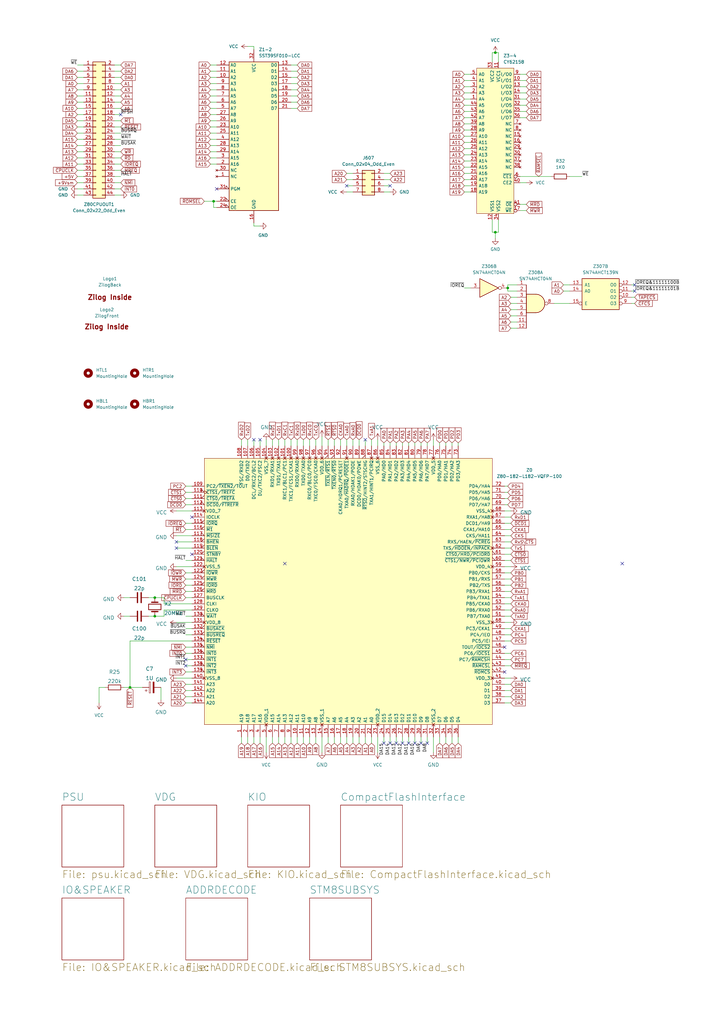
<source format=kicad_sch>
(kicad_sch (version 20211123) (generator eeschema)
  (paper "A3" portrait)
  (title_block (title "JupiterAceZ180") (date "2019-09-14") (rev "Alpha") (company "Ontobus") (comment 1 "John Bradley") (comment 2 "https://creativecommons.org/licenses/by-nc-sa/4.0/") (comment 3 "Attribution-NonCommercial-ShareAlike 4.0 International License.") (comment 4 "This work is licensed under a Creative Commons "))
  (junction (at 63.5 245.11))
  (junction (at 203.2 95.25))
  (junction (at 208.28 118.11))
  (junction (at 87.63 82.55))
  (junction (at 203.2 21.59))
  (junction (at 53.34 281.94))
  (junction (at 63.5 252.73))
  (no_connect (at 72.39 222.25))
  (no_connect (at 78.74 227.33))
  (no_connect (at 76.2 273.05))
  (no_connect (at 104.14 180.34))
  (no_connect (at 165.1 304.8))
  (no_connect (at 260.35 116.84))
  (no_connect (at 78.74 212.09))
  (no_connect (at -20.32 59.69))
  (no_connect (at 49.53 46.99))
  (no_connect (at -45.72 57.15))
  (no_connect (at 172.72 304.8))
  (no_connect (at -20.32 57.15))
  (no_connect (at 170.18 304.8))
  (no_connect (at 162.56 304.8))
  (no_connect (at 167.64 304.8))
  (no_connect (at -45.72 59.69))
  (no_connect (at 160.02 304.8))
  (no_connect (at 76.2 270.51))
  (no_connect (at 72.39 224.79))
  (no_connect (at 255.27 231.14))
  (no_connect (at 88.9 77.47))
  (no_connect (at 175.26 304.8))
  (no_connect (at -45.72 64.77))
  (no_connect (at 157.48 304.8))
  (no_connect (at -20.32 62.23))
  (no_connect (at -62.23 321.31))
  (no_connect (at -20.32 64.77))
  (no_connect (at 149.86 180.34))
  (no_connect (at 142.24 76.2))
  (no_connect (at 260.35 119.38))
  (no_connect (at 106.68 180.34))
  (no_connect (at 160.02 76.2))
  (no_connect (at 116.84 231.14))
  (no_connect (at 207.01 265.43))
  (no_connect (at 207.01 275.59))
  (wire (pts (xy 144.78 302.26) (xy 144.78 304.8)))
  (wire (pts (xy 142.24 302.26) (xy 142.24 304.8)))
  (wire (pts (xy 86.36 54.61) (xy 88.9 54.61)))
  (wire (pts (xy 78.74 273.05) (xy 76.2 273.05)))
  (wire (pts (xy 106.68 182.88) (xy 106.68 180.34)))
  (wire (pts (xy 259.08 121.92) (xy 260.35 121.92)))
  (wire (pts (xy 180.34 182.88) (xy 180.34 181.61)))
  (wire (pts (xy 99.06 182.88) (xy 99.06 180.34)))
  (wire (pts (xy 172.72 302.26) (xy 172.72 304.8)))
  (wire (pts (xy 121.92 302.26) (xy 121.92 304.8)))
  (wire (pts (xy 203.2 95.25) (xy 204.47 95.25)))
  (wire (pts (xy 119.38 36.83) (xy 121.92 36.83)))
  (wire (pts (xy 207.01 278.13) (xy 209.55 278.13)))
  (wire (pts (xy 207.01 250.19) (xy 209.55 250.19)))
  (wire (pts (xy 167.64 182.88) (xy 167.64 181.61)))
  (wire (pts (xy 78.74 285.75) (xy 76.2 285.75)))
  (wire (pts (xy 119.38 31.75) (xy 121.92 31.75)))
  (wire (pts (xy 34.29 69.85) (xy 31.75 69.85)))
  (wire (pts (xy 88.9 29.21) (xy 86.36 29.21)))
  (wire (pts (xy 119.38 44.45) (xy 121.92 44.45)))
  (wire (pts (xy 207.01 240.03) (xy 209.55 240.03)))
  (wire (pts (xy 86.36 67.31) (xy 88.9 67.31)))
  (wire (pts (xy 193.04 55.88) (xy 190.5 55.88)))
  (wire (pts (xy 207.01 234.95) (xy 209.55 234.95)))
  (wire (pts (xy 149.86 302.26) (xy 149.86 304.8)))
  (wire (pts (xy 207.01 260.35) (xy 209.55 260.35)))
  (wire (pts (xy 106.68 92.71) (xy 104.14 92.71)))
  (wire (pts (xy 207.01 204.47) (xy 208.28 204.47)))
  (wire (pts (xy 207.01 262.89) (xy 209.55 262.89)))
  (wire (pts (xy 104.14 302.26) (xy 104.14 304.8)))
  (wire (pts (xy 46.99 41.91) (xy 49.53 41.91)))
  (wire (pts (xy 86.36 46.99) (xy 88.9 46.99)))
  (wire (pts (xy 34.29 49.53) (xy 31.75 49.53)))
  (wire (pts (xy 213.36 43.18) (xy 215.9 43.18)))
  (wire (pts (xy 213.36 72.39) (xy 226.06 72.39)))
  (wire (pts (xy 207.01 201.93) (xy 208.28 201.93)))
  (wire (pts (xy 34.29 44.45) (xy 31.75 44.45)))
  (wire (pts (xy 207.01 255.27) (xy 209.55 255.27)))
  (wire (pts (xy 46.99 29.21) (xy 49.53 29.21)))
  (wire (pts (xy 207.01 219.71) (xy 209.55 219.71)))
  (wire (pts (xy 190.5 63.5) (xy 193.04 63.5)))
  (wire (pts (xy 78.74 242.57) (xy 76.2 242.57)))
  (wire (pts (xy 86.36 59.69) (xy 88.9 59.69)))
  (wire (pts (xy 34.29 34.29) (xy 31.75 34.29)))
  (wire (pts (xy 233.68 124.46) (xy 227.33 124.46)))
  (wire (pts (xy 157.48 302.26) (xy 157.48 304.8)))
  (wire (pts (xy 86.36 49.53) (xy 88.9 49.53)))
  (wire (pts (xy 78.74 222.25) (xy 72.39 222.25)))
  (wire (pts (xy 212.09 116.84) (xy 208.28 116.84)))
  (wire (pts (xy 207.01 222.25) (xy 209.55 222.25)))
  (wire (pts (xy 208.28 118.11) (xy 208.28 119.38)))
  (wire (pts (xy 157.48 76.2) (xy 160.02 76.2)))
  (wire (pts (xy 165.1 182.88) (xy 165.1 181.61)))
  (wire (pts (xy 139.7 302.26) (xy 139.7 304.8)))
  (wire (pts (xy 78.74 265.43) (xy 76.2 265.43)))
  (wire (pts (xy 233.68 116.84) (xy 231.14 116.84)))
  (wire (pts (xy 78.74 209.55) (xy 72.39 209.55)))
  (wire (pts (xy 208.28 116.84) (xy 208.28 118.11)))
  (wire (pts (xy 165.1 302.26) (xy 165.1 304.8)))
  (wire (pts (xy 180.34 302.26) (xy 180.34 304.8)))
  (wire (pts (xy 213.36 38.1) (xy 215.9 38.1)))
  (wire (pts (xy 193.04 58.42) (xy 190.5 58.42)))
  (wire (pts (xy 34.29 59.69) (xy 31.75 59.69)))
  (wire (pts (xy 46.99 64.77) (xy 49.53 64.77)))
  (wire (pts (xy 139.7 182.88) (xy 139.7 180.34)))
  (wire (pts (xy 134.62 182.88) (xy 134.62 180.34)))
  (wire (pts (xy 119.38 182.88) (xy 119.38 180.34)))
  (wire (pts (xy 86.36 52.07) (xy 88.9 52.07)))
  (wire (pts (xy 46.99 77.47) (xy 49.53 77.47)))
  (wire (pts (xy 116.84 182.88) (xy 116.84 180.34)))
  (wire (pts (xy 106.68 302.26) (xy 106.68 304.8)))
  (wire (pts (xy 212.09 127) (xy 209.55 127)))
  (wire (pts (xy 78.74 262.89) (xy 53.34 262.89)))
  (wire (pts (xy 207.01 224.79) (xy 209.55 224.79)))
  (wire (pts (xy 207.01 242.57) (xy 209.55 242.57)))
  (wire (pts (xy 144.78 73.66) (xy 142.24 73.66)))
  (wire (pts (xy 34.29 36.83) (xy 31.75 36.83)))
  (wire (pts (xy 187.96 302.26) (xy 187.96 304.8)))
  (wire (pts (xy 88.9 85.09) (xy 87.63 85.09)))
  (wire (pts (xy 157.48 73.66) (xy 160.02 73.66)))
  (wire (pts (xy 34.29 62.23) (xy 31.75 62.23)))
  (wire (pts (xy 34.29 54.61) (xy 31.75 54.61)))
  (wire (pts (xy 182.88 302.26) (xy 182.88 304.8)))
  (wire (pts (xy 78.74 217.17) (xy 76.2 217.17)))
  (wire (pts (xy 46.99 57.15) (xy 49.53 57.15)))
  (wire (pts (xy 207.01 207.01) (xy 208.28 207.01)))
  (wire (pts (xy 78.74 240.03) (xy 76.2 240.03)))
  (wire (pts (xy 259.08 119.38) (xy 260.35 119.38)))
  (wire (pts (xy 190.5 66.04) (xy 193.04 66.04)))
  (wire (pts (xy 78.74 247.65) (xy 67.31 247.65)))
  (wire (pts (xy 104.14 182.88) (xy 104.14 180.34)))
  (wire (pts (xy 46.99 49.53) (xy 49.53 49.53)))
  (wire (pts (xy 193.04 38.1) (xy 190.5 38.1)))
  (wire (pts (xy 104.14 19.05) (xy 101.6 19.05)))
  (wire (pts (xy 209.55 134.62) (xy 212.09 134.62)))
  (wire (pts (xy 207.01 212.09) (xy 209.55 212.09)))
  (wire (pts (xy 137.16 182.88) (xy 137.16 180.34)))
  (wire (pts (xy 213.36 45.72) (xy 215.9 45.72)))
  (wire (pts (xy 46.99 54.61) (xy 49.53 54.61)))
  (wire (pts (xy 207.01 227.33) (xy 209.55 227.33)))
  (wire (pts (xy 190.5 118.11) (xy 193.04 118.11)))
  (wire (pts (xy 213.36 86.36) (xy 215.9 86.36)))
  (wire (pts (xy 160.02 302.26) (xy 160.02 304.8)))
  (wire (pts (xy 132.08 182.88) (xy 132.08 179.07)))
  (wire (pts (xy 78.74 204.47) (xy 76.2 204.47)))
  (wire (pts (xy 201.93 25.4) (xy 201.93 21.59)))
  (wire (pts (xy 78.74 255.27) (xy 72.39 255.27)))
  (wire (pts (xy 34.29 57.15) (xy 31.75 57.15)))
  (wire (pts (xy 207.01 285.75) (xy 209.55 285.75)))
  (wire (pts (xy 34.29 67.31) (xy 31.75 67.31)))
  (wire (pts (xy 175.26 182.88) (xy 175.26 181.61)))
  (wire (pts (xy 88.9 31.75) (xy 86.36 31.75)))
  (wire (pts (xy 207.01 217.17) (xy 209.55 217.17)))
  (wire (pts (xy 99.06 302.26) (xy 99.06 304.8)))
  (wire (pts (xy 201.93 21.59) (xy 203.2 21.59)))
  (wire (pts (xy 154.94 308.61) (xy 154.94 302.26)))
  (wire (pts (xy 109.22 308.61) (xy 109.22 302.26)))
  (wire (pts (xy 78.74 229.87) (xy 76.2 229.87)))
  (wire (pts (xy 78.74 232.41) (xy 72.39 232.41)))
  (wire (pts (xy 182.88 182.88) (xy 182.88 181.61)))
  (wire (pts (xy 213.36 48.26) (xy 215.9 48.26)))
  (wire (pts (xy 157.48 71.12) (xy 160.02 71.12)))
  (wire (pts (xy 201.93 90.17) (xy 201.93 95.25)))
  (wire (pts (xy 147.32 182.88) (xy 147.32 180.34)))
  (wire (pts (xy 34.29 80.01) (xy 31.75 80.01)))
  (wire (pts (xy 104.14 20.32) (xy 104.14 19.05)))
  (wire (pts (xy 46.99 31.75) (xy 49.53 31.75)))
  (wire (pts (xy 193.04 48.26) (xy 190.5 48.26)))
  (wire (pts (xy 111.76 302.26) (xy 111.76 304.8)))
  (wire (pts (xy 207.01 245.11) (xy 209.55 245.11)))
  (wire (pts (xy 34.29 46.99) (xy 31.75 46.99)))
  (wire (pts (xy 170.18 182.88) (xy 170.18 181.61)))
  (wire (pts (xy 157.48 182.88) (xy 157.48 181.61)))
  (wire (pts (xy 53.34 262.89) (xy 53.34 281.94)))
  (wire (pts (xy 78.74 275.59) (xy 76.2 275.59)))
  (wire (pts (xy 160.02 182.88) (xy 160.02 181.61)))
  (wire (pts (xy 193.04 30.48) (xy 190.5 30.48)))
  (wire (pts (xy 190.5 73.66) (xy 193.04 73.66)))
  (wire (pts (xy 46.99 36.83) (xy 49.53 36.83)))
  (wire (pts (xy 208.28 119.38) (xy 212.09 119.38)))
  (wire (pts (xy 162.56 302.26) (xy 162.56 304.8)))
  (wire (pts (xy 119.38 26.67) (xy 121.92 26.67)))
  (wire (pts (xy 111.76 182.88) (xy 111.76 180.34)))
  (wire (pts (xy 209.55 124.46) (xy 212.09 124.46)))
  (wire (pts (xy 207.01 283.21) (xy 209.55 283.21)))
  (wire (pts (xy 78.74 278.13) (xy 72.39 278.13)))
  (wire (pts (xy 67.31 252.73) (xy 63.5 252.73)))
  (wire (pts (xy 114.3 182.88) (xy 114.3 180.34)))
  (wire (pts (xy 193.04 35.56) (xy 190.5 35.56)))
  (wire (pts (xy 259.08 124.46) (xy 260.35 124.46)))
  (wire (pts (xy 46.99 52.07) (xy 49.53 52.07)))
  (wire (pts (xy 86.36 41.91) (xy 88.9 41.91)))
  (wire (pts (xy 31.75 77.47) (xy 34.29 77.47)))
  (wire (pts (xy 193.04 53.34) (xy 190.5 53.34)))
  (wire (pts (xy 209.55 257.81) (xy 207.01 257.81)))
  (wire (pts (xy 78.74 252.73) (xy 76.2 252.73)))
  (wire (pts (xy 207.01 280.67) (xy 209.55 280.67)))
  (wire (pts (xy 213.36 40.64) (xy 215.9 40.64)))
  (wire (pts (xy 43.18 281.94) (xy 40.64 281.94)))
  (wire (pts (xy 170.18 302.26) (xy 170.18 304.8)))
  (wire (pts (xy 34.29 39.37) (xy 31.75 39.37)))
  (wire (pts (xy 134.62 302.26) (xy 134.62 304.8)))
  (wire (pts (xy 207.01 270.51) (xy 209.55 270.51)))
  (wire (pts (xy 162.56 182.88) (xy 162.56 181.61)))
  (wire (pts (xy 86.36 64.77) (xy 88.9 64.77)))
  (wire (pts (xy 213.36 83.82) (xy 215.9 83.82)))
  (wire (pts (xy 78.74 207.01) (xy 76.2 207.01)))
  (wire (pts (xy 34.29 72.39) (xy 31.75 72.39)))
  (wire (pts (xy 46.99 44.45) (xy 49.53 44.45)))
  (wire (pts (xy 233.68 72.39) (xy 238.76 72.39)))
  (wire (pts (xy 190.5 76.2) (xy 193.04 76.2)))
  (wire (pts (xy 46.99 59.69) (xy 49.53 59.69)))
  (wire (pts (xy 124.46 302.26) (xy 124.46 304.8)))
  (wire (pts (xy 193.04 43.18) (xy 190.5 43.18)))
  (wire (pts (xy 50.8 281.94) (xy 53.34 281.94)))
  (wire (pts (xy 212.09 132.08) (xy 209.55 132.08)))
  (wire (pts (xy 207.01 229.87) (xy 209.55 229.87)))
  (wire (pts (xy 167.64 302.26) (xy 167.64 304.8)))
  (wire (pts (xy 86.36 57.15) (xy 88.9 57.15)))
  (wire (pts (xy 34.29 29.21) (xy 31.75 29.21)))
  (wire (pts (xy 78.74 201.93) (xy 76.2 201.93)))
  (wire (pts (xy 88.9 34.29) (xy 86.36 34.29)))
  (wire (pts (xy 46.99 46.99) (xy 49.53 46.99)))
  (wire (pts (xy 78.74 288.29) (xy 76.2 288.29)))
  (wire (pts (xy 66.04 281.94) (xy 66.04 287.02)))
  (wire (pts (xy 86.36 36.83) (xy 88.9 36.83)))
  (wire (pts (xy 34.29 41.91) (xy 31.75 41.91)))
  (wire (pts (xy 129.54 182.88) (xy 129.54 180.34)))
  (wire (pts (xy 177.8 182.88) (xy 177.8 180.34)))
  (wire (pts (xy 78.74 214.63) (xy 76.2 214.63)))
  (wire (pts (xy 46.99 69.85) (xy 49.53 69.85)))
  (wire (pts (xy 78.74 260.35) (xy 76.2 260.35)))
  (wire (pts (xy 207.01 267.97) (xy 209.55 267.97)))
  (wire (pts (xy 114.3 302.26) (xy 114.3 304.8)))
  (wire (pts (xy 137.16 302.26) (xy 137.16 304.8)))
  (wire (pts (xy 127 302.26) (xy 127 304.8)))
  (wire (pts (xy 78.74 250.19) (xy 67.31 250.19)))
  (wire (pts (xy 46.99 34.29) (xy 49.53 34.29)))
  (wire (pts (xy 203.2 97.79) (xy 203.2 95.25)))
  (wire (pts (xy 213.36 74.93) (xy 215.9 74.93)))
  (wire (pts (xy 187.96 182.88) (xy 187.96 181.61)))
  (wire (pts (xy 177.8 302.26) (xy 177.8 308.61)))
  (wire (pts (xy 53.34 245.11) (xy 50.8 245.11)))
  (wire (pts (xy 86.36 39.37) (xy 88.9 39.37)))
  (wire (pts (xy 209.55 129.54) (xy 212.09 129.54)))
  (wire (pts (xy 121.92 182.88) (xy 121.92 180.34)))
  (wire (pts (xy 101.6 302.26) (xy 101.6 304.8)))
  (wire (pts (xy 46.99 67.31) (xy 49.53 67.31)))
  (wire (pts (xy 207.01 199.39) (xy 208.28 199.39)))
  (wire (pts (xy 203.2 21.59) (xy 204.47 21.59)))
  (wire (pts (xy 67.31 247.65) (xy 67.31 245.11)))
  (wire (pts (xy 87.63 85.09) (xy 87.63 82.55)))
  (wire (pts (xy 46.99 26.67) (xy 49.53 26.67)))
  (wire (pts (xy 46.99 39.37) (xy 49.53 39.37)))
  (wire (pts (xy 46.99 80.01) (xy 49.53 80.01)))
  (wire (pts (xy 193.04 50.8) (xy 190.5 50.8)))
  (wire (pts (xy 119.38 34.29) (xy 121.92 34.29)))
  (wire (pts (xy 40.64 288.29) (xy 40.64 281.94)))
  (wire (pts (xy 78.74 280.67) (xy 76.2 280.67)))
  (wire (pts (xy 49.53 74.93) (xy 46.99 74.93)))
  (wire (pts (xy 78.74 199.39) (xy 76.2 199.39)))
  (wire (pts (xy 207.01 288.29) (xy 209.55 288.29)))
  (wire (pts (xy 88.9 82.55) (xy 87.63 82.55)))
  (wire (pts (xy 259.08 116.84) (xy 260.35 116.84)))
  (wire (pts (xy 116.84 302.26) (xy 116.84 304.8)))
  (wire (pts (xy 132.08 302.26) (xy 132.08 308.61)))
  (wire (pts (xy 46.99 72.39) (xy 49.53 72.39)))
  (wire (pts (xy 119.38 39.37) (xy 121.92 39.37)))
  (wire (pts (xy 129.54 302.26) (xy 129.54 304.8)))
  (wire (pts (xy 207.01 252.73) (xy 209.55 252.73)))
  (wire (pts (xy 207.01 232.41) (xy 209.55 232.41)))
  (wire (pts (xy 78.74 245.11) (xy 76.2 245.11)))
  (wire (pts (xy 109.22 182.88) (xy 109.22 180.34)))
  (wire (pts (xy 86.36 62.23) (xy 88.9 62.23)))
  (wire (pts (xy 144.78 78.74) (xy 142.24 78.74)))
  (wire (pts (xy 119.38 29.21) (xy 121.92 29.21)))
  (wire (pts (xy 149.86 182.88) (xy 149.86 180.34)))
  (wire (pts (xy 119.38 302.26) (xy 119.38 304.8)))
  (wire (pts (xy 86.36 44.45) (xy 88.9 44.45)))
  (wire (pts (xy 34.29 74.93) (xy 31.75 74.93)))
  (wire (pts (xy 204.47 95.25) (xy 204.47 90.17)))
  (wire (pts (xy 78.74 257.81) (xy 76.2 257.81)))
  (wire (pts (xy 78.74 267.97) (xy 76.2 267.97)))
  (wire (pts (xy 34.29 64.77) (xy 31.75 64.77)))
  (wire (pts (xy 78.74 219.71) (xy 72.39 219.71)))
  (wire (pts (xy 142.24 182.88) (xy 142.24 180.34)))
  (wire (pts (xy 63.5 245.11) (xy 60.96 245.11)))
  (wire (pts (xy 78.74 283.21) (xy 76.2 283.21)))
  (wire (pts (xy 127 182.88) (xy 127 180.34)))
  (wire (pts (xy 104.14 92.71) (xy 104.14 91.44)))
  (wire (pts (xy 152.4 182.88) (xy 152.4 180.34)))
  (wire (pts (xy 207.01 237.49) (xy 209.55 237.49)))
  (wire (pts (xy 34.29 52.07) (xy 31.75 52.07)))
  (wire (pts (xy 101.6 182.88) (xy 101.6 180.34)))
  (wire (pts (xy 190.5 71.12) (xy 193.04 71.12)))
  (wire (pts (xy 78.74 224.79) (xy 72.39 224.79)))
  (wire (pts (xy 212.09 121.92) (xy 209.55 121.92)))
  (wire (pts (xy 157.48 78.74) (xy 160.02 78.74)))
  (wire (pts (xy 67.31 245.11) (xy 63.5 245.11)))
  (wire (pts (xy 78.74 237.49) (xy 76.2 237.49)))
  (wire (pts (xy 78.74 234.95) (xy 76.2 234.95)))
  (wire (pts (xy 154.94 182.88) (xy 154.94 180.34)))
  (wire (pts (xy 34.29 26.67) (xy 31.75 26.67)))
  (wire (pts (xy 144.78 182.88) (xy 144.78 180.34)))
  (wire (pts (xy 204.47 21.59) (xy 204.47 25.4)))
  (wire (pts (xy 185.42 182.88) (xy 185.42 181.61)))
  (wire (pts (xy 63.5 252.73) (xy 60.96 252.73)))
  (wire (pts (xy 233.68 119.38) (xy 231.14 119.38)))
  (wire (pts (xy 67.31 250.19) (xy 67.31 252.73)))
  (wire (pts (xy 193.04 60.96) (xy 190.5 60.96)))
  (wire (pts (xy 78.74 270.51) (xy 76.2 270.51)))
  (wire (pts (xy 175.26 302.26) (xy 175.26 304.8)))
  (wire (pts (xy 193.04 33.02) (xy 190.5 33.02)))
  (wire (pts (xy 207.01 214.63) (xy 209.55 214.63)))
  (wire (pts (xy 207.01 209.55) (xy 209.55 209.55)))
  (wire (pts (xy 83.82 82.55) (xy 87.63 82.55)))
  (wire (pts (xy 119.38 41.91) (xy 121.92 41.91)))
  (wire (pts (xy 213.36 35.56) (xy 215.9 35.56)))
  (wire (pts (xy 193.04 45.72) (xy 190.5 45.72)))
  (wire (pts (xy 152.4 302.26) (xy 152.4 304.8)))
  (wire (pts (xy 88.9 26.67) (xy 86.36 26.67)))
  (wire (pts (xy 185.42 302.26) (xy 185.42 304.8)))
  (wire (pts (xy 190.5 68.58) (xy 193.04 68.58)))
  (wire (pts (xy 53.34 281.94) (xy 58.42 281.94)))
  (wire (pts (xy 193.04 40.64) (xy 190.5 40.64)))
  (wire (pts (xy 213.36 30.48) (xy 215.9 30.48)))
  (wire (pts (xy 124.46 182.88) (xy 124.46 180.34)))
  (wire (pts (xy 34.29 31.75) (xy 31.75 31.75)))
  (wire (pts (xy 207.01 247.65) (xy 209.55 247.65)))
  (wire (pts (xy 201.93 95.25) (xy 203.2 95.25)))
  (wire (pts (xy 53.34 252.73) (xy 50.8 252.73)))
  (wire (pts (xy 172.72 182.88) (xy 172.72 181.61)))
  (wire (pts (xy 147.32 302.26) (xy 147.32 304.8)))
  (wire (pts (xy 144.78 76.2) (xy 142.24 76.2)))
  (wire (pts (xy 209.55 273.05) (xy 207.01 273.05)))
  (wire (pts (xy 144.78 71.12) (xy 142.24 71.12)))
  (wire (pts (xy 190.5 78.74) (xy 193.04 78.74)))
  (wire (pts (xy 46.99 62.23) (xy 49.53 62.23)))
  (wire (pts (xy 213.36 33.02) (xy 215.9 33.02)))
  (label "~{INT2}" (at 76.2 273.05 180))
  (label "~{IOREQ&11111101B}" (at 260.35 119.38 0))
  (label "~{BUSAK}" (at 49.53 59.69 0))
  (label "~{IOREQ&11111100B}" (at 260.35 116.84 0))
  (label "~{BUSRQ}" (at 76.2 260.35 180))
  (label "~{RFSH}" (at 49.53 46.99 0))
  (label "DA15" (at 157.48 304.8 270))
  (label "~{HALT}" (at 49.53 72.39 0))
  (label "DA12" (at 165.1 304.8 270))
  (label "~{WE}" (at 31.75 26.67 180))
  (label "~{IOREQ}" (at 190.5 118.11 180))
  (label "~{BUSAK}" (at 76.2 257.81 180))
  (label "DA8" (at 175.26 304.8 270))
  (label "~{WAIT}" (at 76.2 252.73 180))
  (label "~{WAIT}" (at 49.53 57.15 0))
  (label "~{WE}" (at 238.76 72.39 0))
  (label "DA11" (at 167.64 304.8 270))
  (label "DA10" (at 170.18 304.8 270))
  (label "~{INT1}" (at 76.2 270.51 180))
  (label "~{BUSRQ}" (at 49.53 54.61 0))
  (label "DA9" (at 172.72 304.8 270))
  (label "DA13" (at 162.56 304.8 270))
  (label "DA14" (at 160.02 304.8 270))
  (label "~{HALT}" (at 76.2 229.87 180))
  (global_label "PA0" (shape input) (at 157.48 181.61 90) (property "Intersheet References" "${INTERSHEET_REFS}" (at 157.4006 175.7177 90) (effects (justify left))))
  (global_label "A6" (shape input) (at 137.16 304.8 270) (property "Intersheet References" "${INTERSHEET_REFS}" (at 137.0806 309.4223 90) (effects (justify right))))
  (global_label "A11" (shape input) (at 190.5 58.42 180) (property "Intersheet References" "${INTERSHEET_REFS}" (at 184.6682 58.3406 0) (effects (justify right))))
  (global_label "A2" (shape input) (at 86.36 31.75 180) (property "Intersheet References" "${INTERSHEET_REFS}" (at 81.7377 31.6706 0) (effects (justify right))))
  (global_label "RxC1" (shape input) (at 116.84 180.34 90) (property "Intersheet References" "${INTERSHEET_REFS}" (at 116.7606 173.2382 90) (effects (justify left))))
  (global_label "DA5" (shape input) (at 31.75 49.53 180) (property "Intersheet References" "${INTERSHEET_REFS}" (at 25.8577 49.4506 0) (effects (justify right))))
  (global_label "PD4" (shape input) (at 208.28 199.39 0) (property "Intersheet References" "${INTERSHEET_REFS}" (at 214.3537 199.3106 0) (effects (justify left))))
  (global_label "A18" (shape input) (at 101.6 304.8 270) (property "Intersheet References" "${INTERSHEET_REFS}" (at 101.5206 310.6318 90) (effects (justify right))))
  (global_label "A2" (shape input) (at 209.55 121.92 180) (property "Intersheet References" "${INTERSHEET_REFS}" (at 204.9277 121.8406 0) (effects (justify right))))
  (global_label "DA3" (shape input) (at 215.9 38.1 0) (property "Intersheet References" "${INTERSHEET_REFS}" (at 221.7923 38.0206 0) (effects (justify left))))
  (global_label "CKS" (shape input) (at 209.55 219.71 0) (property "Intersheet References" "${INTERSHEET_REFS}" (at 215.6237 219.6306 0) (effects (justify left))))
  (global_label "PA6" (shape input) (at 172.72 181.61 90) (property "Intersheet References" "${INTERSHEET_REFS}" (at 172.6406 175.7177 90) (effects (justify left))))
  (global_label "~{M1}" (shape input) (at 76.2 217.17 180) (property "Intersheet References" "${INTERSHEET_REFS}" (at 71.2148 217.0906 0) (effects (justify right))))
  (global_label "A2" (shape input) (at 190.5 35.56 180) (property "Intersheet References" "${INTERSHEET_REFS}" (at 185.8777 35.4806 0) (effects (justify right))))
  (global_label "~{RESET}" (shape input) (at 49.53 52.07 0) (property "Intersheet References" "${INTERSHEET_REFS}" (at 57.5994 51.9906 0) (effects (justify left))))
  (global_label "DA4" (shape input) (at 121.92 36.83 0) (property "Intersheet References" "${INTERSHEET_REFS}" (at 127.8123 36.7506 0) (effects (justify left))))
  (global_label "A3" (shape input) (at 144.78 304.8 270) (property "Intersheet References" "${INTERSHEET_REFS}" (at 144.7006 309.4223 90) (effects (justify right))))
  (global_label "A1" (shape input) (at 231.14 116.84 180) (property "Intersheet References" "${INTERSHEET_REFS}" (at 226.5177 116.7606 0) (effects (justify right))))
  (global_label "A19" (shape input) (at 190.5 78.74 180) (property "Intersheet References" "${INTERSHEET_REFS}" (at 184.6682 78.6606 0) (effects (justify right))))
  (global_label "A16" (shape input) (at 86.36 64.77 180) (property "Intersheet References" "${INTERSHEET_REFS}" (at 80.5282 64.6906 0) (effects (justify right))))
  (global_label "A0" (shape input) (at 190.5 30.48 180) (property "Intersheet References" "${INTERSHEET_REFS}" (at 185.8777 30.4006 0) (effects (justify right))))
  (global_label "DA5" (shape input) (at 185.42 304.8 270) (property "Intersheet References" "${INTERSHEET_REFS}" (at 185.3406 310.6923 90) (effects (justify right))))
  (global_label "DA6" (shape input) (at 215.9 45.72 0) (property "Intersheet References" "${INTERSHEET_REFS}" (at 221.7923 45.6406 0) (effects (justify left))))
  (global_label "A7" (shape input) (at 134.62 304.8 270) (property "Intersheet References" "${INTERSHEET_REFS}" (at 134.5406 309.4223 90) (effects (justify right))))
  (global_label "~{TAPECS}" (shape input) (at 260.35 121.92 0) (property "Intersheet References" "${INTERSHEET_REFS}" (at 269.629 121.8406 0) (effects (justify left))))
  (global_label "PC2" (shape input) (at 76.2 199.39 180) (property "Intersheet References" "${INTERSHEET_REFS}" (at 70.1263 199.3106 0) (effects (justify right))))
  (global_label "~{DCD1}" (shape input) (at 209.55 214.63 0) (property "Intersheet References" "${INTERSHEET_REFS}" (at 216.8937 214.5506 0) (effects (justify left))))
  (global_label "TxD1" (shape input) (at 114.3 180.34 90) (property "Intersheet References" "${INTERSHEET_REFS}" (at 114.2206 173.5406 90) (effects (justify left))))
  (global_label "DA1" (shape input) (at 31.75 31.75 180) (property "Intersheet References" "${INTERSHEET_REFS}" (at 25.8577 31.6706 0) (effects (justify right))))
  (global_label "A14" (shape input) (at 31.75 59.69 180) (property "Intersheet References" "${INTERSHEET_REFS}" (at 25.9182 59.6106 0) (effects (justify right))))
  (global_label "A14" (shape input) (at 190.5 66.04 180) (property "Intersheet References" "${INTERSHEET_REFS}" (at 184.6682 65.9606 0) (effects (justify right))))
  (global_label "A19" (shape input) (at 99.06 304.8 270) (property "Intersheet References" "${INTERSHEET_REFS}" (at 98.9806 310.6318 90) (effects (justify right))))
  (global_label "A7" (shape input) (at 86.36 44.45 180) (property "Intersheet References" "${INTERSHEET_REFS}" (at 81.7377 44.3706 0) (effects (justify right))))
  (global_label "DA3" (shape input) (at 121.92 34.29 0) (property "Intersheet References" "${INTERSHEET_REFS}" (at 127.8123 34.2106 0) (effects (justify left))))
  (global_label "DA0" (shape input) (at 215.9 30.48 0) (property "Intersheet References" "${INTERSHEET_REFS}" (at 221.7923 30.4006 0) (effects (justify left))))
  (global_label "A15" (shape input) (at 190.5 68.58 180) (property "Intersheet References" "${INTERSHEET_REFS}" (at 184.6682 68.5006 0) (effects (justify right))))
  (global_label "A20" (shape input) (at 142.24 71.12 180) (property "Intersheet References" "${INTERSHEET_REFS}" (at 136.4082 71.0406 0) (effects (justify right))))
  (global_label "~{INT0}" (shape input) (at 76.2 267.97 180) (property "Intersheet References" "${INTERSHEET_REFS}" (at 69.7634 267.8906 0) (effects (justify right))))
  (global_label "A1" (shape input) (at 49.53 34.29 0) (property "Intersheet References" "${INTERSHEET_REFS}" (at 54.1523 34.2106 0) (effects (justify left))))
  (global_label "TxS" (shape input) (at 209.55 224.79 0) (property "Intersheet References" "${INTERSHEET_REFS}" (at 215.0794 224.7106 0) (effects (justify left))))
  (global_label "RxA0" (shape input) (at 209.55 250.19 0) (property "Intersheet References" "${INTERSHEET_REFS}" (at 216.4704 250.1106 0) (effects (justify left))))
  (global_label "TxC0" (shape input) (at 129.54 180.34 90) (property "Intersheet References" "${INTERSHEET_REFS}" (at 129.4606 173.5406 90) (effects (justify left))))
  (global_label "A9" (shape input) (at 86.36 49.53 180) (property "Intersheet References" "${INTERSHEET_REFS}" (at 81.7377 49.4506 0) (effects (justify right))))
  (global_label "A16" (shape input) (at 190.5 71.12 180) (property "Intersheet References" "${INTERSHEET_REFS}" (at 184.6682 71.0406 0) (effects (justify right))))
  (global_label "A8" (shape input) (at 86.36 46.99 180) (property "Intersheet References" "${INTERSHEET_REFS}" (at 81.7377 46.9106 0) (effects (justify right))))
  (global_label "PB1" (shape input) (at 209.55 237.49 0) (property "Intersheet References" "${INTERSHEET_REFS}" (at 215.6237 237.4106 0) (effects (justify left))))
  (global_label "DA1" (shape input) (at 209.55 283.21 0) (property "Intersheet References" "${INTERSHEET_REFS}" (at 215.4423 283.1306 0) (effects (justify left))))
  (global_label "DA7" (shape input) (at 215.9 48.26 0) (property "Intersheet References" "${INTERSHEET_REFS}" (at 221.7923 48.1806 0) (effects (justify left))))
  (global_label "~{MREQ}" (shape input) (at 49.53 69.85 0) (property "Intersheet References" "${INTERSHEET_REFS}" (at 57.0552 69.7706 0) (effects (justify left))))
  (global_label "DA2" (shape input) (at 121.92 31.75 0) (property "Intersheet References" "${INTERSHEET_REFS}" (at 127.8123 31.6706 0) (effects (justify left))))
  (global_label "RxD1" (shape input) (at 111.76 180.34 90) (property "Intersheet References" "${INTERSHEET_REFS}" (at 111.6806 173.2382 90) (effects (justify left))))
  (global_label "+9Vsm" (shape input) (at 31.75 74.93 180) (property "Intersheet References" "${INTERSHEET_REFS}" (at 22.8339 74.8506 0) (effects (justify right))))
  (global_label "A22" (shape input) (at 76.2 283.21 180) (property "Intersheet References" "${INTERSHEET_REFS}" (at 70.3682 283.1306 0) (effects (justify right))))
  (global_label "~{ROMSEL}" (shape input) (at 83.82 82.55 180) (property "Intersheet References" "${INTERSHEET_REFS}" (at 74.0572 82.4706 0) (effects (justify right))))
  (global_label "A11" (shape input) (at 31.75 67.31 180) (property "Intersheet References" "${INTERSHEET_REFS}" (at 25.9182 67.2306 0) (effects (justify right))))
  (global_label "A9" (shape input) (at 31.75 41.91 180) (property "Intersheet References" "${INTERSHEET_REFS}" (at 27.1277 41.8306 0) (effects (justify right))))
  (global_label "A18" (shape input) (at 190.5 76.2 180) (property "Intersheet References" "${INTERSHEET_REFS}" (at 184.6682 76.1206 0) (effects (justify right))))
  (global_label "CKA1" (shape input) (at 209.55 217.17 0) (property "Intersheet References" "${INTERSHEET_REFS}" (at 216.7123 217.0906 0) (effects (justify left))))
  (global_label "~{DCD0}" (shape input) (at 76.2 207.01 180) (property "Intersheet References" "${INTERSHEET_REFS}" (at 68.8563 206.9306 0) (effects (justify right))))
  (global_label "A10" (shape input) (at 31.75 44.45 180) (property "Intersheet References" "${INTERSHEET_REFS}" (at 25.9182 44.3706 0) (effects (justify right))))
  (global_label "A10" (shape input) (at 124.46 304.8 270) (property "Intersheet References" "${INTERSHEET_REFS}" (at 124.3806 310.6318 90) (effects (justify right))))
  (global_label "A6" (shape input) (at 49.53 44.45 0) (property "Intersheet References" "${INTERSHEET_REFS}" (at 54.1523 44.3706 0) (effects (justify left))))
  (global_label "A6" (shape input) (at 209.55 132.08 180) (property "Intersheet References" "${INTERSHEET_REFS}" (at 204.9277 132.0006 0) (effects (justify right))))
  (global_label "CKA0" (shape input) (at 139.7 180.34 90) (property "Intersheet References" "${INTERSHEET_REFS}" (at 139.6206 173.1777 90) (effects (justify left))))
  (global_label "~{MWR}" (shape input) (at 76.2 237.49 180) (property "Intersheet References" "${INTERSHEET_REFS}" (at 69.7029 237.4106 0) (effects (justify right))))
  (global_label "DA0" (shape input) (at 209.55 280.67 0) (property "Intersheet References" "${INTERSHEET_REFS}" (at 215.4423 280.5906 0) (effects (justify left))))
  (global_label "~{IOREQ}" (shape input) (at 76.2 214.63 180) (property "Intersheet References" "${INTERSHEET_REFS}" (at 68.191 214.5506 0) (effects (justify right))))
  (global_label "DA4" (shape input) (at 187.96 304.8 270) (property "Intersheet References" "${INTERSHEET_REFS}" (at 187.8806 310.6923 90) (effects (justify right))))
  (global_label "PD3" (shape input) (at 187.96 181.61 90) (property "Intersheet References" "${INTERSHEET_REFS}" (at 187.8806 175.5363 90) (effects (justify left))))
  (global_label "PC4" (shape input) (at 209.55 260.35 0) (property "Intersheet References" "${INTERSHEET_REFS}" (at 215.6237 260.2706 0) (effects (justify left))))
  (global_label "~{MRD}" (shape input) (at 215.9 83.82 0) (property "Intersheet References" "${INTERSHEET_REFS}" (at 222.2156 83.7406 0) (effects (justify left))))
  (global_label "~{MRD}" (shape input) (at 76.2 242.57 180) (property "Intersheet References" "${INTERSHEET_REFS}" (at 69.8844 242.4906 0) (effects (justify right))))
  (global_label "RxD1" (shape input) (at 209.55 212.09 0) (property "Intersheet References" "${INTERSHEET_REFS}" (at 216.6518 212.0106 0) (effects (justify left))))
  (global_label "A0" (shape input) (at 31.75 34.29 180) (property "Intersheet References" "${INTERSHEET_REFS}" (at 27.1277 34.2106 0) (effects (justify right))))
  (global_label "A0" (shape input) (at 231.14 119.38 180) (property "Intersheet References" "${INTERSHEET_REFS}" (at 226.5177 119.3006 0) (effects (justify right))))
  (global_label "A12" (shape input) (at 31.75 64.77 180) (property "Intersheet References" "${INTERSHEET_REFS}" (at 25.9182 64.6906 0) (effects (justify right))))
  (global_label "A2" (shape input) (at 31.75 46.99 180) (property "Intersheet References" "${INTERSHEET_REFS}" (at 27.1277 46.9106 0) (effects (justify right))))
  (global_label "PA2" (shape input) (at 162.56 181.61 90) (property "Intersheet References" "${INTERSHEET_REFS}" (at 162.4806 175.7177 90) (effects (justify left))))
  (global_label "~{NMI}" (shape input) (at 49.53 74.93 0) (property "Intersheet References" "${INTERSHEET_REFS}" (at 55.2409 74.8506 0) (effects (justify left))))
  (global_label "A12" (shape input) (at 86.36 57.15 180) (property "Intersheet References" "${INTERSHEET_REFS}" (at 80.5282 57.0706 0) (effects (justify right))))
  (global_label "~{INT3}" (shape input) (at 76.2 275.59 180) (property "Intersheet References" "${INTERSHEET_REFS}" (at 69.7634 275.5106 0) (effects (justify right))))
  (global_label "A2" (shape input) (at 147.32 304.8 270) (property "Intersheet References" "${INTERSHEET_REFS}" (at 147.2406 309.4223 90) (effects (justify right))))
  (global_label "DA2" (shape input) (at 209.55 285.75 0) (property "Intersheet References" "${INTERSHEET_REFS}" (at 215.4423 285.6706 0) (effects (justify left))))
  (global_label "A7" (shape input) (at 31.75 36.83 180) (property "Intersheet References" "${INTERSHEET_REFS}" (at 27.1277 36.7506 0) (effects (justify right))))
  (global_label "A1" (shape input) (at 86.36 29.21 180) (property "Intersheet References" "${INTERSHEET_REFS}" (at 81.7377 29.1306 0) (effects (justify right))))
  (global_label "A5" (shape input) (at 139.7 304.8 270) (property "Intersheet References" "${INTERSHEET_REFS}" (at 139.6206 309.4223 90) (effects (justify right))))
  (global_label "A1" (shape input) (at 190.5 33.02 180) (property "Intersheet References" "${INTERSHEET_REFS}" (at 185.8777 32.9406 0) (effects (justify right))))
  (global_label "A21" (shape input) (at 76.2 285.75 180) (property "Intersheet References" "${INTERSHEET_REFS}" (at 70.3682 285.6706 0) (effects (justify right))))
  (global_label "A13" (shape input) (at 31.75 62.23 180) (property "Intersheet References" "${INTERSHEET_REFS}" (at 25.9182 62.1506 0) (effects (justify right))))
  (global_label "~{CTS1}" (shape input) (at 76.2 201.93 180) (property "Intersheet References" "${INTERSHEET_REFS}" (at 69.2191 201.8506 0) (effects (justify right))))
  (global_label "DA2" (shape input) (at 49.53 29.21 0) (property "Intersheet References" "${INTERSHEET_REFS}" (at 55.4223 29.1306 0) (effects (justify left))))
  (global_label "TxC1" (shape input) (at 119.38 180.34 90) (property "Intersheet References" "${INTERSHEET_REFS}" (at 119.3006 173.5406 90) (effects (justify left))))
  (global_label "A4" (shape input) (at 190.5 40.64 180) (property "Intersheet References" "${INTERSHEET_REFS}" (at 185.8777 40.5606 0) (effects (justify right))))
  (global_label "A5" (shape input) (at 86.36 39.37 180) (property "Intersheet References" "${INTERSHEET_REFS}" (at 81.7377 39.2906 0) (effects (justify right))))
  (global_label "A22" (shape input) (at 160.02 73.66 0) (property "Intersheet References" "${INTERSHEET_REFS}" (at 165.8518 73.5806 0) (effects (justify left))))
  (global_label "PC6" (shape input) (at 209.55 267.97 0) (property "Intersheet References" "${INTERSHEET_REFS}" (at 215.6237 267.8906 0) (effects (justify left))))
  (global_label "TxD2" (shape input) (at 101.6 180.34 90) (property "Intersheet References" "${INTERSHEET_REFS}" (at 101.5206 173.5406 90) (effects (justify left))))
  (global_label "A8" (shape input) (at 129.54 304.8 270) (property "Intersheet References" "${INTERSHEET_REFS}" (at 129.4606 309.4223 90) (effects (justify right))))
  (global_label "A5" (shape input) (at 49.53 41.91 0) (property "Intersheet References" "${INTERSHEET_REFS}" (at 54.1523 41.8306 0) (effects (justify left))))
  (global_label "A0" (shape input) (at 152.4 304.8 270) (property "Intersheet References" "${INTERSHEET_REFS}" (at 152.3206 309.4223 90) (effects (justify right))))
  (global_label "PA1" (shape input) (at 160.02 181.61 90) (property "Intersheet References" "${INTERSHEET_REFS}" (at 159.9406 175.7177 90) (effects (justify left))))
  (global_label "DA3" (shape input) (at 31.75 52.07 180) (property "Intersheet References" "${INTERSHEET_REFS}" (at 25.8577 51.9906 0) (effects (justify right))))
  (global_label "~{INT0}" (shape input) (at 49.53 77.47 0) (property "Intersheet References" "${INTERSHEET_REFS}" (at 55.9666 77.3906 0) (effects (justify left))))
  (global_label "~{IOREQ}" (shape input) (at 49.53 67.31 0) (property "Intersheet References" "${INTERSHEET_REFS}" (at 57.539 67.2306 0) (effects (justify left))))
  (global_label "A23" (shape input) (at 76.2 280.67 180) (property "Intersheet References" "${INTERSHEET_REFS}" (at 70.3682 280.5906 0) (effects (justify right))))
  (global_label "RxD2" (shape input) (at 99.06 180.34 90) (property "Intersheet References" "${INTERSHEET_REFS}" (at 98.9806 173.2382 90) (effects (justify left))))
  (global_label "~{MWR}" (shape input) (at 215.9 86.36 0) (property "Intersheet References" "${INTERSHEET_REFS}" (at 222.3971 86.2806 0) (effects (justify left))))
  (global_label "PA3" (shape input) (at 165.1 181.61 90) (property "Intersheet References" "${INTERSHEET_REFS}" (at 165.0206 175.7177 90) (effects (justify left))))
  (global_label "TxA1" (shape input) (at 209.55 245.11 0) (property "Intersheet References" "${INTERSHEET_REFS}" (at 216.168 245.0306 0) (effects (justify left))))
  (global_label "DA2" (shape input) (at 215.9 35.56 0) (property "Intersheet References" "${INTERSHEET_REFS}" (at 221.7923 35.4806 0) (effects (justify left))))
  (global_label "DA1" (shape input) (at 121.92 29.21 0) (property "Intersheet References" "${INTERSHEET_REFS}" (at 127.8123 29.1306 0) (effects (justify left))))
  (global_label "PB0" (shape input) (at 209.55 234.95 0) (property "Intersheet References" "${INTERSHEET_REFS}" (at 215.6237 234.8706 0) (effects (justify left))))
  (global_label "DA6" (shape input) (at 31.75 29.21 180) (property "Intersheet References" "${INTERSHEET_REFS}" (at 25.8577 29.1306 0) (effects (justify right))))
  (global_label "A6" (shape input) (at 190.5 45.72 180) (property "Intersheet References" "${INTERSHEET_REFS}" (at 185.8777 45.6406 0) (effects (justify right))))
  (global_label "~{RTS0}" (shape input) (at 137.16 180.34 90) (property "Intersheet References" "${INTERSHEET_REFS}" (at 137.0806 173.3591 90) (effects (justify left))))
  (global_label "PA4" (shape input) (at 167.64 181.61 90) (property "Intersheet References" "${INTERSHEET_REFS}" (at 167.5606 175.7177 90) (effects (justify left))))
  (global_label "A11" (shape input) (at 86.36 54.61 180) (property "Intersheet References" "${INTERSHEET_REFS}" (at 80.5282 54.5306 0) (effects (justify right))))
  (global_label "A0" (shape input) (at 86.36 26.67 180) (property "Intersheet References" "${INTERSHEET_REFS}" (at 81.7377 26.5906 0) (effects (justify right))))
  (global_label "A6" (shape input) (at 86.36 41.91 180) (property "Intersheet References" "${INTERSHEET_REFS}" (at 81.7377 41.8306 0) (effects (justify right))))
  (global_label "A13" (shape input) (at 86.36 59.69 180) (property "Intersheet References" "${INTERSHEET_REFS}" (at 80.5282 59.6106 0) (effects (justify right))))
  (global_label "A1" (shape input) (at 149.86 304.8 270) (property "Intersheet References" "${INTERSHEET_REFS}" (at 149.7806 309.4223 90) (effects (justify right))))
  (global_label "A13" (shape input) (at 190.5 63.5 180) (property "Intersheet References" "${INTERSHEET_REFS}" (at 184.6682 63.4206 0) (effects (justify right))))
  (global_label "A23" (shape input) (at 160.02 71.12 0) (property "Intersheet References" "${INTERSHEET_REFS}" (at 165.8518 71.0406 0) (effects (justify left))))
  (global_label "A4" (shape input) (at 86.36 36.83 180) (property "Intersheet References" "${INTERSHEET_REFS}" (at 81.7377 36.7506 0) (effects (justify right))))
  (global_label "DA7" (shape input) (at 121.92 44.45 0) (property "Intersheet References" "${INTERSHEET_REFS}" (at 127.8123 44.3706 0) (effects (justify left))))
  (global_label "DA3" (shape input) (at 209.55 288.29 0) (property "Intersheet References" "${INTERSHEET_REFS}" (at 215.4423 288.2106 0) (effects (justify left))))
  (global_label "TxD0" (shape input) (at 124.46 180.34 90) (property "Intersheet References" "${INTERSHEET_REFS}" (at 124.3806 173.5406 90) (effects (justify left))))
  (global_label "CKA0" (shape input) (at 209.55 247.65 0) (property "Intersheet References" "${INTERSHEET_REFS}" (at 216.7123 247.5706 0) (effects (justify left))))
  (global_label "CKA1" (shape input) (at 209.55 257.81 0) (property "Intersheet References" "${INTERSHEET_REFS}" (at 216.7123 257.7306 0) (effects (justify left))))
  (global_label "A12" (shape input) (at 119.38 304.8 270) (property "Intersheet References" "${INTERSHEET_REFS}" (at 119.3006 310.6318 90) (effects (justify right))))
  (global_label "A4" (shape input) (at 49.53 39.37 0) (property "Intersheet References" "${INTERSHEET_REFS}" (at 54.1523 39.2906 0) (effects (justify left))))
  (global_label "A10" (shape input) (at 190.5 55.88 180) (property "Intersheet References" "${INTERSHEET_REFS}" (at 184.6682 55.8006 0) (effects (justify right))))
  (global_label "A5" (shape input) (at 209.55 129.54 180) (property "Intersheet References" "${INTERSHEET_REFS}" (at 204.9277 129.4606 0) (effects (justify right))))
  (global_label "PC5" (shape input) (at 209.55 262.89 0) (property "Intersheet References" "${INTERSHEET_REFS}" (at 215.6237 262.8106 0) (effects (justify left))))
  (global_label "~{CTS1}" (shape input) (at 209.55 229.87 0) (property "Intersheet References" "${INTERSHEET_REFS}" (at 216.5309 229.7906 0) (effects (justify left))))
  (global_label "A13" (shape input) (at 116.84 304.8 270) (property "Intersheet References" "${INTERSHEET_REFS}" (at 116.7606 310.6318 90) (effects (justify right))))
  (global_label "PA7" (shape input) (at 175.26 181.61 90) (property "Intersheet References" "${INTERSHEET_REFS}" (at 175.1806 175.7177 90) (effects (justify left))))
  (global_label "A20" (shape input) (at 76.2 288.29 180) (property "Intersheet References" "${INTERSHEET_REFS}" (at 70.3682 288.2106 0) (effects (justify right))))
  (global_label "A16" (shape input) (at 106.68 304.8 270) (property "Intersheet References" "${INTERSHEET_REFS}" (at 106.6006 310.6318 90) (effects (justify right))))
  (global_label "TxA0" (shape input) (at 209.55 252.73 0) (property "Intersheet References" "${INTERSHEET_REFS}" (at 216.168 252.6506 0) (effects (justify left))))
  (global_label "TxA1" (shape input) (at 152.4 180.34 90) (property "Intersheet References" "${INTERSHEET_REFS}" (at 152.3206 173.722 90) (effects (justify left))))
  (global_label "A9" (shape input) (at 127 304.8 270) (property "Intersheet References" "${INTERSHEET_REFS}" (at 126.9206 309.4223 90) (effects (justify right))))
  (global_label "A11" (shape input) (at 121.92 304.8 270) (property "Intersheet References" "${INTERSHEET_REFS}" (at 121.8406 310.6318 90) (effects (justify right))))
  (global_label "DA1" (shape input) (at 215.9 33.02 0) (property "Intersheet References" "${INTERSHEET_REFS}" (at 221.7923 32.9406 0) (effects (justify left))))
  (global_label "DA7" (shape input) (at 180.34 304.8 270) (property "Intersheet References" "${INTERSHEET_REFS}" (at 180.2606 310.6923 90) (effects (justify right))))
  (global_label "~{RAMSEL}" (shape input) (at 220.98 72.39 90) (property "Intersheet References" "${INTERSHEET_REFS}" (at 220.9006 62.8691 90) (effects (justify left))))
  (global_label "DA7" (shape input) (at 49.53 26.67 0) (property "Intersheet References" "${INTERSHEET_REFS}" (at 55.4223 26.5906 0) (effects (justify left))))
  (global_label "DA4" (shape input) (at 215.9 43.18 0) (property "Intersheet References" "${INTERSHEET_REFS}" (at 221.7923 43.1006 0) (effects (justify left))))
  (global_label "~{MREQ}" (shape input) (at 209.55 273.05 0) (property "Intersheet References" "${INTERSHEET_REFS}" (at 217.0752 272.9706 0) (effects (justify left))))
  (global_label "A5" (shape input) (at 190.5 43.18 180) (property "Intersheet References" "${INTERSHEET_REFS}" (at 185.8777 43.1006 0) (effects (justify right))))
  (global_label "PB2" (shape input) (at 209.55 240.03 0) (property "Intersheet References" "${INTERSHEET_REFS}" (at 215.6237 239.9506 0) (effects (justify left))))
  (global_label "A7" (shape input) (at 190.5 48.26 180) (property "Intersheet References" "${INTERSHEET_REFS}" (at 185.8777 48.1806 0) (effects (justify right))))
  (global_label "~{WR}" (shape input) (at 49.53 62.23 0) (property "Intersheet References" "${INTERSHEET_REFS}" (at 54.5756 62.1506 0) (effects (justify left))))
  (global_label "PA5" (shape input) (at 170.18 181.61 90) (property "Intersheet References" "${INTERSHEET_REFS}" (at 170.1006 175.7177 90) (effects (justify left))))
  (global_label "DA6" (shape input) (at 121.92 41.91 0) (property "Intersheet References" "${INTERSHEET_REFS}" (at 127.8123 41.8306 0) (effects (justify left))))
  (global_label "~{RESET}" (shape input) (at 53.34 281.94 270) (property "Intersheet References" "${INTERSHEET_REFS}" (at 53.2606 290.0094 90) (effects (justify right))))
  (global_label "DA5" (shape input) (at 121.92 39.37 0) (property "Intersheet References" "${INTERSHEET_REFS}" (at 127.8123 39.2906 0) (effects (justify left))))
  (global_label "~{CTS0}" (shape input) (at 209.55 227.33 0) (property "Intersheet References" "${INTERSHEET_REFS}" (at 216.5309 227.2506 0) (effects (justify left))))
  (global_label "A15" (shape input) (at 86.36 67.31 180) (property "Intersheet References" "${INTERSHEET_REFS}" (at 80.5282 67.2306 0) (effects (justify right))))
  (global_label "DA0" (shape input) (at 121.92 26.67 0) (property "Intersheet References" "${INTERSHEET_REFS}" (at 127.8123 26.5906 0) (effects (justify left))))
  (global_label "PD5" (shape input) (at 208.28 201.93 0) (property "Intersheet References" "${INTERSHEET_REFS}" (at 214.3537 201.8506 0) (effects (justify left))))
  (global_label "A8" (shape input) (at 190.5 50.8 180) (property "Intersheet References" "${INTERSHEET_REFS}" (at 185.8777 50.7206 0) (effects (justify right))))
  (global_label "A12" (shape input) (at 190.5 60.96 180) (property "Intersheet References" "${INTERSHEET_REFS}" (at 184.6682 60.8806 0) (effects (justify right))))
  (global_label "A8" (shape input) (at 31.75 39.37 180) (property "Intersheet References" "${INTERSHEET_REFS}" (at 27.1277 39.2906 0) (effects (justify right))))
  (global_label "A10" (shape input) (at 86.36 52.07 180) (property "Intersheet References" "${INTERSHEET_REFS}" (at 80.5282 51.9906 0) (effects (justify right))))
  (global_label "~{CPUCLK}" (shape input) (at 76.2 245.11 180) (property "Intersheet References" "${INTERSHEET_REFS}" (at 66.4372 245.0306 0) (effects (justify right))))
  (global_label "DA4" (shape input) (at 31.75 54.61 180) (property "Intersheet References" "${INTERSHEET_REFS}" (at 25.8577 54.5306 0) (effects (justify right))))
  (global_label "RxA1" (shape input) (at 209.55 242.57 0) (property "Intersheet References" "${INTERSHEET_REFS}" (at 216.4704 242.4906 0) (effects (justify left))))
  (global_label "A3" (shape input) (at 209.55 124.46 180) (property "Intersheet References" "${INTERSHEET_REFS}" (at 204.9277 124.3806 0) (effects (justify right))))
  (global_label "PD2" (shape input) (at 185.42 181.61 90) (property "Intersheet References" "${INTERSHEET_REFS}" (at 185.3406 175.5363 90) (effects (justify left))))
  (global_label "~{M1}" (shape input) (at 49.53 49.53 0) (property "Intersheet References" "${INTERSHEET_REFS}" (at 54.5152 49.4506 0) (effects (justify left))))
  (global_label "A4" (shape input) (at 142.24 304.8 270) (property "Intersheet References" "${INTERSHEET_REFS}" (at 142.1606 309.4223 90) (effects (justify right))))
  (global_label "A3" (shape input) (at 49.53 36.83 0) (property "Intersheet References" "${INTERSHEET_REFS}" (at 54.1523 36.7506 0) (effects (justify left))))
  (global_label "~{CFCS}" (shape input) (at 260.35 124.46 0) (property "Intersheet References" "${INTERSHEET_REFS}" (at 267.5123 124.3806 0) (effects (justify left))))
  (global_label "~{CPUCLK}" (shape input) (at 31.75 69.85 180) (property "Intersheet References" "${INTERSHEET_REFS}" (at 21.9872 69.7706 0) (effects (justify right))))
  (global_label "~{RTS1}" (shape input) (at 134.62 180.34 90) (property "Intersheet References" "${INTERSHEET_REFS}" (at 134.5406 173.3591 90) (effects (justify left))))
  (global_label "A14" (shape input) (at 86.36 62.23 180) (property "Intersheet References" "${INTERSHEET_REFS}" (at 80.5282 62.1506 0) (effects (justify right))))
  (global_label "RxS\\~{CTS}" (shape input) (at 209.55 222.25 0) (property "Intersheet References" "${INTERSHEET_REFS}" (at 219.6756 222.1706 0) (effects (justify left))))
  (global_label "A3" (shape input) (at 86.36 34.29 180) (property "Intersheet References" "${INTERSHEET_REFS}" (at 81.7377 34.2106 0) (effects (justify right))))
  (global_label "RxD0" (shape input) (at 121.92 180.34 90) (property "Intersheet References" "${INTERSHEET_REFS}" (at 121.8406 173.2382 90) (effects (justify left))))
  (global_label "~{NMI}" (shape input) (at 76.2 265.43 180) (property "Intersheet References" "${INTERSHEET_REFS}" (at 70.4891 265.3506 0) (effects (justify right))))
  (global_label "A15" (shape input) (at 111.76 304.8 270) (property "Intersheet References" "${INTERSHEET_REFS}" (at 111.6806 310.6318 90) (effects (justify right))))
  (global_label "A17" (shape input) (at 190.5 73.66 180) (property "Intersheet References" "${INTERSHEET_REFS}" (at 184.6682 73.5806 0) (effects (justify right))))
  (global_label "DA0" (shape input) (at 49.53 31.75 0) (property "Intersheet References" "${INTERSHEET_REFS}" (at 55.4223 31.6706 0) (effects (justify left))))
  (global_label "DA5" (shape input) (at 215.9 40.64 0) (property "Intersheet References" "${INTERSHEET_REFS}" (at 221.7923 40.5606 0) (effects (justify left))))
  (global_label "RxC0" (shape input) (at 127 180.34 90) (property "Intersheet References" "${INTERSHEET_REFS}" (at 126.9206 173.2382 90) (effects (justify left))))
  (global_label "A4" (shape input) (at 209.55 127 180) (property "Intersheet References" "${INTERSHEET_REFS}" (at 204.9277 126.9206 0) (effects (justify right))))
  (global_label "A3" (shape input) (at 190.5 38.1 180) (property "Intersheet References" "${INTERSHEET_REFS}" (at 185.8777 38.0206 0) (effects (justify right))))
  (global_label "DA6" (shape input) (at 182.88 304.8 270) (property "Intersheet References" "${INTERSHEET_REFS}" (at 182.8006 310.6923 90) (effects (justify right))))
  (global_label "~{DCD0}" (shape input) (at 147.32 180.34 90) (property "Intersheet References" "${INTERSHEET_REFS}" (at 147.2406 172.9963 90) (effects (justify left))))
  (global_label "PD7" (shape input) (at 208.28 207.01 0) (property "Intersheet References" "${INTERSHEET_REFS}" (at 214.3537 206.9306 0) (effects (justify left))))
  (global_label "~{IOWR}" (shape input) (at 76.2 234.95 180) (property "Intersheet References" "${INTERSHEET_REFS}" (at 69.2191 234.8706 0) (effects (justify right))))
  (global_label "PD6" (shape input) (at 208.28 204.47 0) (property "Intersheet References" "${INTERSHEET_REFS}" (at 214.3537 204.3906 0) (effects (justify left))))
  (global_label "~{RD}" (shape input) (at 49.53 64.77 0) (property "Intersheet References" "${INTERSHEET_REFS}" (at 54.3942 64.6906 0) (effects (justify left))))
  (global_label "A7" (shape input) (at 209.55 134.62 180) (property "Intersheet References" "${INTERSHEET_REFS}" (at 204.9277 134.5406 0) (effects (justify right))))
  (global_label "PD0" (shape input) (at 180.34 181.61 90) (property "Intersheet References" "${INTERSHEET_REFS}" (at 180.2606 175.5363 90) (effects (justify left))))
  (global_label "A9" (shape input) (at 190.5 53.34 180) (property "Intersheet References" "${INTERSHEET_REFS}" (at 185.8777 53.2606 0) (effects (justify right))))
  (global_label "A21" (shape input) (at 142.24 73.66 180) (property "Intersheet References" "${INTERSHEET_REFS}" (at 136.4082 73.5806 0) (effects (justify right))))
  (global_label "A15" (shape input) (at 31.75 57.15 180) (property "Intersheet References" "${INTERSHEET_REFS}" (at 25.9182 57.0706 0) (effects (justify right))))
  (global_label "A17" (shape input) (at 104.14 304.8 270) (property "Intersheet References" "${INTERSHEET_REFS}" (at 104.0606 310.6318 90) (effects (justify right))))
  (global_label "RxA0" (shape input) (at 144.78 180.34 90) (property "Intersheet References" "${INTERSHEET_REFS}" (at 144.7006 173.4196 90) (effects (justify left))))
  (global_label "TxA0" (shape input) (at 142.24 180.34 90) (property "Intersheet References" "${INTERSHEET_REFS}" (at 142.1606 173.722 90) (effects (justify left))))
  (global_label "~{CTS0}" (shape input) (at 76.2 204.47 180) (property "Intersheet References" "${INTERSHEET_REFS}" (at 69.2191 204.3906 0) (effects (justify right))))
  (global_label "+5V" (shape input) (at 31.75 72.39 180) (property "Intersheet References" "${INTERSHEET_REFS}" (at 25.5553 72.3106 0) (effects (justify right))))
  (global_label "PC7" (shape input) (at 209.55 270.51 0) (property "Intersheet References" "${INTERSHEET_REFS}" (at 215.6237 270.4306 0) (effects (justify left))))
  (global_label "A14" (shape input) (at 114.3 304.8 270) (property "Intersheet References" "${INTERSHEET_REFS}" (at 114.2206 310.6318 90) (effects (justify right))))
  (global_label "~{IORD}" (shape input) (at 76.2 240.03 180) (property "Intersheet References" "${INTERSHEET_REFS}" (at 69.4006 239.9506 0) (effects (justify right))))
  (global_label "PD1" (shape input) (at 182.88 181.61 90) (property "Intersheet References" "${INTERSHEET_REFS}" (at 182.8006 175.5363 90) (effects (justify left))))
  (symbol (lib_id "Zilog_Z380:Z382-Z8L382-144-PQFP") (at 83.82 187.96 0) (unit 1)
    (property "Reference" "Z0" (at 217.17 192.8112 0))
    (property "Value" "Z80-182-L182-VQFP-100" (at 217.17 195.3512 0))
    (property "Footprint" "Package_QFP:PQFP-144_28x28mm_P0.65mm" (effects hide))
    (property "Datasheet" "https://www.zilog.com/docs/datacomm/pb0075.pdf" (effects hide))
    (property "Description" "ZILOG Z382 Microprocessors -  Data Communicatiosn Processors" (effects hide))
    (property "Height" "2.8" (effects hide))
    (property "Manufacturer_Name" "Zilog" (effects hide))
    (property "Manufacturer_Part_Number" "Z8038018FSG" (effects hide))
  )
  (symbol (lib_id "zilogback:ZilogBack") (at 36.195 120.65 0) (unit 1)
    (property "Reference" "Logo1" (at 45.085 114.3 0))
    (property "Value" "ZilogBack" (at 45.085 116.84 0))
    (property "Footprint" "ExtraFootprints:ZilogInsideBack" (effects hide))
  )
  (symbol (lib_id "zilogfront:ZilogFront") (at 34.925 132.715 0) (unit 1)
    (property "Reference" "Logo2" (at 43.815 127 0))
    (property "Value" "ZilogFront" (at 43.815 129.54 0))
    (property "Footprint" "ExtraFootprints:ZilogInsideFront" (effects hide))
  )
  (symbol (lib_id "Mechanical:MountingHole") (at 55.245 153.035 0) (unit 1)
    (property "Reference" "HTR1" (at 58.42 151.7649 0) (effects (justify left)))
    (property "Value" "MountingHole" (at 58.42 154.3049 0) (effects (justify left)))
    (property "Footprint" "MountingHole:MountingHole_2.5mm" (effects hide))
  )
  (symbol (lib_id "Mechanical:MountingHole") (at 36.195 153.035 0) (unit 1)
    (property "Reference" "HTL1" (at 39.37 151.7649 0) (effects (justify left)))
    (property "Value" "MountingHole" (at 39.37 154.3049 0) (effects (justify left)))
    (property "Footprint" "MountingHole:MountingHole_2.5mm" (effects hide))
  )
  (symbol (lib_id "Mechanical:MountingHole") (at 55.245 165.735 0) (unit 1)
    (property "Reference" "HBR1" (at 58.42 164.4649 0) (effects (justify left)))
    (property "Value" "MountingHole" (at 58.42 167.0049 0) (effects (justify left)))
    (property "Footprint" "MountingHole:MountingHole_2.5mm" (effects hide))
  )
  (symbol (lib_id "Mechanical:MountingHole") (at 36.195 165.735 0) (unit 1)
    (property "Reference" "HBL1" (at 39.37 164.4649 0) (effects (justify left)))
    (property "Value" "MountingHole" (at 39.37 167.0049 0) (effects (justify left)))
    (property "Footprint" "MountingHole:MountingHole_2.5mm" (effects hide))
  )
  (symbol (lib_id "power:VCC") (at 209.55 278.13 270) (unit 1)
    (property "Reference" "#~~~P+0104" (effects hide))
    (property "Value" "VCC" (at 213.36 278.7649 90) (effects (font (size 1.4986 1.4986)) (justify left)))
  )
  (symbol (lib_id "power:GND") (at 72.39 232.41 270) (unit 1)
    (property "Reference" "#~~~SUPPLY0101" (effects hide))
    (property "Value" "GND" (at 68.58 233.0449 90) (effects (font (size 1.4986 1.4986)) (justify right)))
  )
  (symbol (lib_id "power:GND") (at 209.55 209.55 90) (unit 1)
    (property "Reference" "#~~~SUPPLY0102" (effects hide))
    (property "Value" "GND" (at 213.36 210.1849 90) (effects (font (size 1.4986 1.4986)) (justify right)))
  )
  (symbol (lib_id "power:GND") (at 106.68 92.71 90) (unit 1)
    (property "Reference" "#~~~PWR0106" (effects hide))
    (property "Value" "GND" (at 107.95 96.52 90))
  )
  (symbol (lib_id "power:VCC") (at 101.6 19.05 90) (unit 1)
    (property "Reference" "#~~~PWR0114" (effects hide))
    (property "Value" "VCC" (at 97.79 19.0499 90) (effects (justify left)))
  )
  (symbol (lib_id "power:GND") (at 31.75 77.47 270) (unit 1)
    (property "Reference" "#~~~PWR0115" (effects hide))
    (property "Value" "GND" (at 27.94 77.4699 90) (effects (justify right)))
  )
  (symbol (lib_id "power:GND") (at 31.75 80.01 270) (unit 1)
    (property "Reference" "#~~~PWR0116" (effects hide))
    (property "Value" "GND" (at 27.94 80.0099 90) (effects (justify right)))
  )
  (symbol (lib_id "power:GND") (at 49.53 80.01 90) (unit 1)
    (property "Reference" "#~~~PWR0117" (effects hide))
    (property "Value" "GND" (at 53.34 80.0099 90) (effects (justify right)))
  )
  (symbol (lib_id "Connector_Generic:Conn_02x22_Odd_Even") (at 39.37 52.07 0) (unit 1)
    (property "Reference" "Z80CPUOUT1" (at 40.64 83.82 0))
    (property "Value" "Conn_02x22_Odd_Even" (at 40.64 86.36 0))
    (property "Footprint" "Connector_PinHeader_2.54mm:PinHeader_2x22_P2.54mm_Vertical" (effects hide))
  )
  (symbol (lib_id "ExtraSymbols:SST39SF010-FULLPIN") (at 104.14 57.15 0) (unit 1)
    (property "Reference" "Z1-2" (at 106.1594 20.32 0) (effects (justify left)))
    (property "Value" "SST39SF010-LCC" (at 106.1594 22.86 0) (effects (justify left)))
    (property "Footprint" "Package_LCC:PLCC-32_11.4x14.0mm_P1.27mm" (effects hide))
    (property "Datasheet" "http://ww1.microchip.com/downloads/en/DeviceDoc/25022B.pdf" (effects hide))
  )
  (symbol (lib_id "power:VCC") (at 203.2 21.59 0) (mirror y) (unit 1)
    (property "Reference" "#~~~PWR0133" (effects hide))
    (property "Value" "VCC" (at 203.2 16.51 0))
  )
  (symbol (lib_id "power:GND") (at 203.2 97.79 0) (unit 1)
    (property "Reference" "#~~~PWR0134" (effects hide))
    (property "Value" "GND" (at 203.2 102.235 0))
  )
  (symbol (lib_id "power:GND") (at 66.04 287.02 0) (unit 1)
    (property "Reference" "#~~~SUPPLY0104" (effects hide))
    (property "Value" "GND" (at 66.04 292.1 0) (effects (font (size 1.4986 1.4986))))
  )
  (symbol (lib_id "Device:C_Polarized") (at 62.23 281.94 90) (unit 1)
    (property "Reference" "C7" (at 61.341 274.32 90) (effects (font (size 1.4986 1.4986))))
    (property "Value" "1U" (at 61.341 278.13 90) (effects (font (size 1.4986 1.4986))))
    (property "Footprint" "Capacitor_THT:CP_Radial_D4.0mm_P1.50mm" (effects hide))
  )
  (symbol (lib_id "Device:R") (at 46.99 281.94 90) (unit 1)
    (property "Reference" "R25" (at 46.99 275.59 90) (effects (font (size 1.4986 1.4986))))
    (property "Value" "220k" (at 46.99 279.4 90) (effects (font (size 1.4986 1.4986))))
    (property "Footprint" "Resistor_THT:R_Axial_DIN0204_L3.6mm_D1.6mm_P1.90mm_Vertical" (effects hide))
  )
  (symbol (lib_id "power:VCC") (at 209.55 232.41 270) (unit 1)
    (property "Reference" "#~~~P+0102" (effects hide))
    (property "Value" "VCC" (at 213.36 233.0449 90) (effects (font (size 1.4986 1.4986)) (justify left)))
  )
  (symbol (lib_id "power:GND") (at 209.55 255.27 90) (unit 1)
    (property "Reference" "#~~~SUPPLY0105" (effects hide))
    (property "Value" "GND" (at 213.36 255.9049 90) (effects (font (size 1.4986 1.4986)) (justify right)))
  )
  (symbol (lib_id "Device:C") (at 57.15 252.73 90) (unit 1)
    (property "Reference" "C100" (at 57.15 257.81 90) (effects (font (size 1.4986 1.4986))))
    (property "Value" "22p" (at 57.15 261.62 90) (effects (font (size 1.4986 1.4986))))
    (property "Footprint" "Capacitor_THT:C_Disc_D3.0mm_W1.6mm_P2.50mm" (effects hide))
  )
  (symbol (lib_id "power:GND") (at 50.8 252.73 270) (unit 1)
    (property "Reference" "#~~~SUPPLY0107" (effects hide))
    (property "Value" "GND" (at 46.99 253.3649 90) (effects (font (size 1.4986 1.4986)) (justify right)))
  )
  (symbol (lib_id "ExtraSymbols:CY62158-TSOP-II-44-PIN") (at 195.58 27.94 0) (unit 1)
    (property "Reference" "Z3-4" (at 206.4894 22.86 0) (effects (justify left)))
    (property "Value" "CY62158" (at 206.4894 25.4 0) (effects (justify left)))
    (property "Footprint" "Package_SO:TSOP-II-44_10.16x18.41mm_P0.8mm" (effects hide))
    (property "Datasheet" "https://www.cypress.com/file/43001/download" (effects hide))
    (property "Description" "Cypress Semiconductor CY62158 SRAM Memory, 8Mbit, , 45ns 44-Pin TSOP" (effects hide))
    (property "Height" "1.194" (effects hide))
    (property "Manufacturer_Name" "Cypress Semiconductor" (effects hide))
    (property "Manufacturer_Part_Number" "CY62157EV30LL-45ZSXI" (effects hide))
    (property "Mouser Part Number" "727-CY57EV30LL45ZSXI" (effects hide))
    (property "Mouser Price/Stock" "https://www.mouser.com/Search/Refine.aspx?Keyword=727-CY57EV30LL45ZSXI" (effects hide))
    (property "RS Part Number" "8272547" (effects hide))
    (property "RS Price/Stock" "https://uk.rs-online.com/web/p/products/8272547" (effects hide))
  )
  (symbol (lib_id "power:VCC") (at 154.94 180.34 0) (unit 1)
    (property "Reference" "#0132" (effects hide))
    (property "Value" "VCC" (at 154.94 175.26 0) (effects (font (size 1.4986 1.4986))))
  )
  (symbol (lib_id "Device:Crystal") (at 63.5 248.92 90) (unit 1)
    (property "Reference" "X2" (at 67.31 247.6499 90) (effects (font (size 1.4986 1.4986)) (justify right)))
    (property "Value" "20MHz" (at 67.31 251.4599 90) (effects (font (size 1.4986 1.4986)) (justify right)))
    (property "Footprint" "Crystal:Crystal_HC49-U_Vertical" (effects hide))
  )
  (symbol (lib_id "74xx:74LS139") (at -33.02 59.69 0) (unit 2)
    (property "Reference" "Z600" (at -33.02 49.53 0))
    (property "Value" "SN74AHCT139N" (at -33.02 52.07 0))
    (property "Footprint" "Package_DIP:DIP-16_W7.62mm_Socket" (effects hide))
    (property "Datasheet" "http://www.ti.com/lit/ds/symlink/sn74ls139a.pdf" (effects hide))
  )
  (symbol (lib_id "power:GND") (at 72.39 219.71 270) (unit 1)
    (property "Reference" "#~~~SUPPLY0111" (effects hide))
    (property "Value" "GND" (at 68.58 220.3449 90) (effects (font (size 1.4986 1.4986)) (justify right)))
  )
  (symbol (lib_id "power:GND") (at 50.8 245.11 270) (unit 1)
    (property "Reference" "#~~~SUPPLY0106" (effects hide))
    (property "Value" "GND" (at 46.99 245.7449 90) (effects (font (size 1.4986 1.4986)) (justify right)))
  )
  (symbol (lib_id "Device:C") (at 57.15 245.11 90) (unit 1)
    (property "Reference" "C101" (at 57.15 237.49 90) (effects (font (size 1.4986 1.4986))))
    (property "Value" "22p" (at 57.15 241.3 90) (effects (font (size 1.4986 1.4986))))
    (property "Footprint" "Capacitor_THT:C_Disc_D3.0mm_W1.6mm_P2.50mm" (effects hide))
  )
  (symbol (lib_id "power:GND") (at 109.22 180.34 180) (unit 1)
    (property "Reference" "#~~~SUPPLY0103" (effects hide))
    (property "Value" "GND" (at 109.22 175.26 0) (effects (font (size 1.4986 1.4986))))
  )
  (symbol (lib_id "Connector_Generic:Conn_02x04_Odd_Even") (at 149.86 73.66 0) (unit 1)
    (property "Reference" "J607" (at 151.13 64.77 0))
    (property "Value" "Conn_02x04_Odd_Even" (at 151.13 67.31 0))
    (property "Footprint" "Connector_PinHeader_2.54mm:PinHeader_2x04_P2.54mm_Vertical" (effects hide))
  )
  (symbol (lib_id "power:GND") (at 160.02 78.74 90) (unit 1)
    (property "Reference" "#PWR0121" (effects hide))
    (property "Value" "GND" (at 163.83 78.7399 90) (effects (justify right)))
  )
  (symbol (lib_id "power:VCC") (at 142.24 78.74 90) (unit 1)
    (property "Reference" "#PWR0122" (effects hide))
    (property "Value" "VCC" (at 138.43 78.7399 90) (effects (justify left)))
  )
  (symbol (lib_id "Device:R") (at 229.87 72.39 90) (unit 1)
    (property "Reference" "R32" (at 229.87 66.04 90))
    (property "Value" "1K0" (at 229.87 68.58 90))
    (property "Footprint" "Resistor_THT:R_Axial_DIN0204_L3.6mm_D1.6mm_P2.54mm_Vertical" (effects hide))
  )
  (symbol (lib_id "power:VCC") (at 40.64 288.29 0) (mirror x) (unit 1)
    (property "Reference" "#~~~PWR0103" (effects hide))
    (property "Value" "VCC" (at 40.64 293.37 0))
  )
  (symbol (lib_id "power:VCC") (at 72.39 209.55 90) (unit 1)
    (property "Reference" "#~~~P+0106" (effects hide))
    (property "Value" "VCC" (at 68.58 210.1849 90) (effects (font (size 1.4986 1.4986)) (justify left)))
  )
  (symbol (lib_id "power:VCC") (at 72.39 255.27 90) (unit 1)
    (property "Reference" "#~~~P+0105" (effects hide))
    (property "Value" "VCC" (at 68.58 255.9049 90) (effects (font (size 1.4986 1.4986)) (justify left)))
  )
  (symbol (lib_id "power:VCC") (at 154.94 308.61 0) (mirror x) (unit 1)
    (property "Reference" "#~~~PWR0102" (effects hide))
    (property "Value" "VCC" (at 154.94 313.69 0))
  )
  (symbol (lib_id "power:GND") (at 177.8 308.61 0) (unit 1)
    (property "Reference" "#~~~SUPPLY0110" (effects hide))
    (property "Value" "GND" (at 177.8 313.69 0) (effects (font (size 1.4986 1.4986))))
  )
  (symbol (lib_id "power:GND") (at 132.08 308.61 0) (unit 1)
    (property "Reference" "#~~~SUPPLY0109" (effects hide))
    (property "Value" "GND" (at 132.08 313.69 0) (effects (font (size 1.4986 1.4986))))
  )
  (symbol (lib_id "power:GND") (at 72.39 278.13 270) (unit 1)
    (property "Reference" "#~~~SUPPLY0108" (effects hide))
    (property "Value" "GND" (at 68.58 278.7649 90) (effects (font (size 1.4986 1.4986)) (justify right)))
  )
  (symbol (lib_id "power:VCC") (at 132.08 179.07 0) (unit 1)
    (property "Reference" "#~~~P+0103" (effects hide))
    (property "Value" "VCC" (at 132.08 173.99 0) (effects (font (size 1.4986 1.4986))))
  )
  (symbol (lib_id "power:VCC") (at 177.8 180.34 0) (unit 1)
    (property "Reference" "#~~~P+0101" (effects hide))
    (property "Value" "VCC" (at 177.8 175.26 0) (effects (font (size 1.4986 1.4986))))
  )
  (symbol (lib_id "power:VCC") (at 215.9 74.93 270) (mirror x) (unit 1)
    (property "Reference" "#~~~PWR0127" (effects hide))
    (property "Value" "VCC" (at 219.71 74.9299 90) (effects (justify left)))
  )
  (symbol (lib_id "74xx:74HCT04") (at 200.66 118.11 0) (unit 2)
    (property "Reference" "Z306" (at 200.66 109.22 0))
    (property "Value" "SN74AHCT04N" (at 200.66 111.76 0))
    (property "Footprint" "Package_DIP:DIP-16_W7.62mm_Socket" (effects hide))
    (property "Datasheet" "https://assets.nexperia.com/documents/data-sheet/74HC_HCT04.pdf" (effects hide))
  )
  (symbol (lib_id "power:VCC") (at 109.22 308.61 0) (mirror x) (unit 1)
    (property "Reference" "#~~~PWR0137" (effects hide))
    (property "Value" "VCC" (at 109.22 313.69 0))
  )
  (symbol (lib_id "74xx:74LS139") (at 246.38 119.38 0) (unit 2)
    (property "Reference" "Z307" (at 246.38 109.22 0))
    (property "Value" "SN74AHCT139N" (at 246.38 111.76 0))
    (property "Footprint" "Package_DIP:DIP-16_W7.62mm_Socket" (effects hide))
    (property "Datasheet" "http://www.ti.com/lit/ds/symlink/sn74ls139a.pdf" (effects hide))
  )
  (symbol (lib_id "74xx:74LS30") (at 219.71 124.46 0) (unit 1)
    (property "Reference" "Z308" (at 219.71 111.76 0))
    (property "Value" "SN74AHCT04N" (at 219.71 114.3 0))
    (property "Footprint" "Package_DIP:DIP-14_W7.62mm_Socket" (effects hide))
    (property "Datasheet" "http://www.ti.com/lit/gpn/sn74LS30" (effects hide))
  )
  (sheet (at 25.4 368.3) (size 25.4 25.4)
    (property "Sheet name" "IO&SPEAKER" (at 25.4 366.7248 0) (effects (font (size 2.9972 2.9972)) (justify left bottom)))
    (property "Sheet file" "IO&SPEAKER.kicad_sch" (at 25.4 394.9755 0) (effects (font (size 2.9972 2.9972)) (justify left top)))
  )
  (sheet (at 25.4 330.2) (size 25.4 25.4)
    (property "Sheet name" "PSU" (at 25.4 328.6248 0) (effects (font (size 2.9972 2.9972)) (justify left bottom)))
    (property "Sheet file" "psu.kicad_sch" (at 25.4 356.8755 0) (effects (font (size 2.9972 2.9972)) (justify left top)))
  )
  (sheet (at 139.7 330.2) (size 25.4 25.4)
    (property "Sheet name" "CompactFlashInterface" (at 139.7 328.6248 0) (effects (font (size 2.9972 2.9972)) (justify left bottom)))
    (property "Sheet file" "CompactFlashInterface.kicad_sch" (at 139.7 356.8755 0) (effects (font (size 2.9972 2.9972)) (justify left top)))
  )
  (sheet (at 63.5 330.2) (size 25.4 25.4)
    (property "Sheet name" "VDG" (at 63.5 328.6248 0) (effects (font (size 2.9972 2.9972)) (justify left bottom)))
    (property "Sheet file" "VDG.kicad_sch" (at 63.5 356.8755 0) (effects (font (size 2.9972 2.9972)) (justify left top)))
  )
  (sheet (at 76.2 368.3) (size 25.4 25.4)
    (property "Sheet name" "ADDRDECODE" (at 76.2 366.7248 0) (effects (font (size 2.9972 2.9972)) (justify left bottom)))
    (property "Sheet file" "ADDRDECODE.kicad_sch" (at 76.2 394.9755 0) (effects (font (size 2.9972 2.9972)) (justify left top)))
  )
  (sheet (at 101.6 330.2) (size 25.4 25.4)
    (property "Sheet name" "KIO" (at 101.6 328.6248 0) (effects (font (size 2.9972 2.9972)) (justify left bottom)))
    (property "Sheet file" "KIO.kicad_sch" (at 101.6 356.8755 0) (effects (font (size 2.9972 2.9972)) (justify left top)))
  )
  (sheet (at 127 368.3) (size 25.4 25.4)
    (property "Sheet name" "STM8SUBSYS" (at 127 366.7248 0) (effects (font (size 2.9972 2.9972)) (justify left bottom)))
    (property "Sheet file" "STM8SUBSYS.kicad_sch" (at 127 394.9755 0) (effects (font (size 2.9972 2.9972)) (justify left top)))
  )
)
</source>
